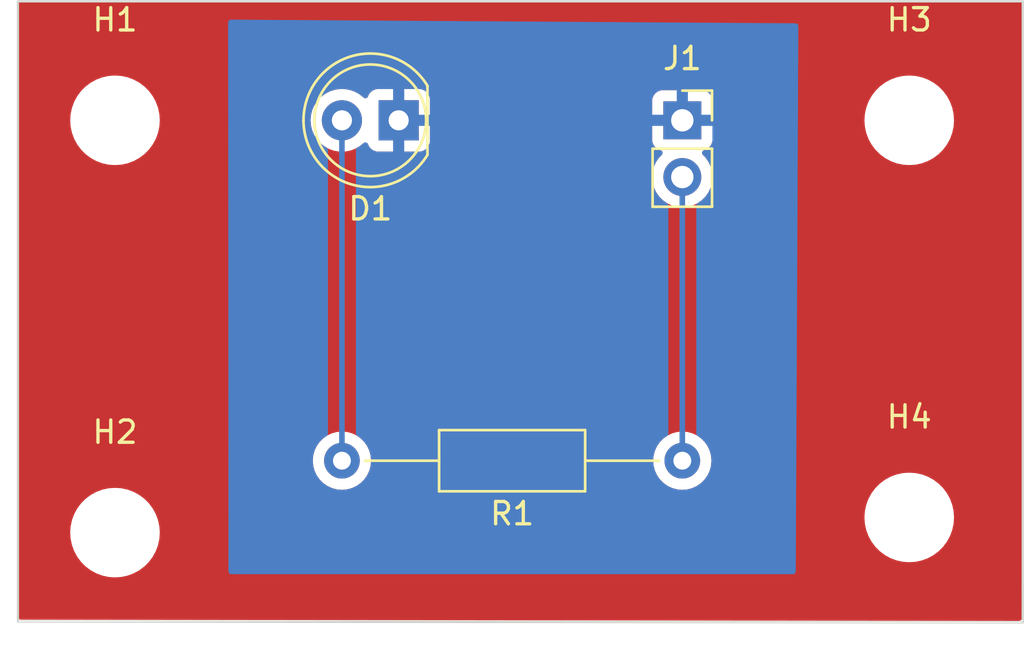
<source format=kicad_pcb>
(kicad_pcb (version 20221018) (generator pcbnew)
  (layers (0 "F.Cu" signal) (31 "B.Cu" signal) (34 "B.Paste" user) (35 "F.Paste" user) (36 "B.SilkS" user "B.Silkscreen") (37 "F.SilkS" user "F.Silkscreen") (38 "B.Mask" user) (39 "F.Mask" user) (44 "Edge.Cuts" user))
  (net 0 "")
  (net 1 "GND")
  (net 2 "Net-(D1-A)")
  (net 3 "VCC")
  (footprint "LED_THT:LED_D5.0mm" (layer "F.Cu") (at 154.94 60.96 180)
    (fp_text reference "D1" (at 1.27 -3.96) (layer "F.SilkS"))
    (fp_text value "LED")
    (fp_line (start -1.29 -1.545) (end -1.29 1.545) (stroke (width 0.12)) (layer "F.SilkS"))
    (fp_arc (start -1.29 -1.54483) (mid 2.072002 -2.880433) (end 4.26 0.000462) (stroke (width 0.12)) (layer "F.SilkS"))
    (fp_arc (start 4.26 -0.000462) (mid 2.072002 2.880433) (end -1.29 1.54483) (stroke (width 0.12)) (layer "F.SilkS"))
    (fp_circle (center 1.27 0) (end 3.77 0) (stroke (width 0.12)) (fill none) (layer "F.SilkS"))
    (pad "1" thru_hole rect (at 0 0 180) (size 1.8 1.8) (drill 0.9) (layers "*.Cu" "*.Mask") (net 1 "GND"))
    (pad "2" thru_hole circle (at 2.54 0 180) (size 1.8 1.8) (drill 0.9) (layers "*.Cu" "*.Mask") (net 2 "Net-(D1-A)"))
  )
  (footprint "MountingHole:MountingHole_3.5mm" (layer "F.Cu") (at 142.24 60.96)
    (fp_text reference "H1" (at 0 -4.5) (layer "F.SilkS"))
    (fp_text value "MountingHole")
    (pad "" np_thru_hole circle (at 0 0) (size 3.5 3.5) (drill 3.5) (layers "*.Cu" "*.Mask"))
  )
  (footprint "MountingHole:MountingHole_3.5mm" (layer "F.Cu") (at 177.8 78.74)
    (fp_text reference "H4" (at 0 -4.5) (layer "F.SilkS"))
    (fp_text value "MountingHole")
    (pad "" np_thru_hole circle (at 0 0) (size 3.5 3.5) (drill 3.5) (layers "*.Cu" "*.Mask"))
  )
  (footprint "Resistor_THT:R_Axial_DIN0207_L6.3mm_D2.5mm_P15.24mm_Horizontal" (layer "F.Cu") (at 167.64 76.2 180)
    (fp_text reference "R1" (at 7.62 -2.37) (layer "F.SilkS"))
    (fp_text value "10k")
    (fp_line (start 1.04 0) (end 4.35 0) (stroke (width 0.12)) (layer "F.SilkS"))
    (fp_line (start 4.35 -1.37) (end 4.35 1.37) (stroke (width 0.12)) (layer "F.SilkS"))
    (fp_line (start 4.35 1.37) (end 10.89 1.37) (stroke (width 0.12)) (layer "F.SilkS"))
    (fp_line (start 10.89 -1.37) (end 4.35 -1.37) (stroke (width 0.12)) (layer "F.SilkS"))
    (fp_line (start 10.89 1.37) (end 10.89 -1.37) (stroke (width 0.12)) (layer "F.SilkS"))
    (fp_line (start 14.2 0) (end 10.89 0) (stroke (width 0.12)) (layer "F.SilkS"))
    (pad "1" thru_hole circle (at 0 0 180) (size 1.6 1.6) (drill 0.8) (layers "*.Cu" "*.Mask") (net 3 "VCC"))
    (pad "2" thru_hole oval (at 15.24 0 180) (size 1.6 1.6) (drill 0.8) (layers "*.Cu" "*.Mask") (net 2 "Net-(D1-A)"))
  )
  (footprint "MountingHole:MountingHole_3.5mm" (layer "F.Cu") (at 177.8 60.96)
    (fp_text reference "H3" (at 0 -4.5) (layer "F.SilkS"))
    (fp_text value "MountingHole")
    (pad "" np_thru_hole circle (at 0 0) (size 3.5 3.5) (drill 3.5) (layers "*.Cu" "*.Mask"))
  )
  (footprint "Connector_PinSocket_2.54mm:PinSocket_1x02_P2.54mm_Vertical" (layer "F.Cu") (at 167.64 60.96)
    (fp_text reference "J1" (at 0 -2.77) (layer "F.SilkS"))
    (fp_text value "Conn_01x02_Socket")
    (fp_line (start -1.33 1.27) (end -1.33 3.87) (stroke (width 0.12)) (layer "F.SilkS"))
    (fp_line (start -1.33 1.27) (end 1.33 1.27) (stroke (width 0.12)) (layer "F.SilkS"))
    (fp_line (start -1.33 3.87) (end 1.33 3.87) (stroke (width 0.12)) (layer "F.SilkS"))
    (fp_line (start 0 -1.33) (end 1.33 -1.33) (stroke (width 0.12)) (layer "F.SilkS"))
    (fp_line (start 1.33 -1.33) (end 1.33 0) (stroke (width 0.12)) (layer "F.SilkS"))
    (fp_line (start 1.33 1.27) (end 1.33 3.87) (stroke (width 0.12)) (layer "F.SilkS"))
    (pad "1" thru_hole rect (at 0 0) (size 1.7 1.7) (drill 1) (layers "*.Cu" "*.Mask") (net 1 "GND"))
    (pad "2" thru_hole oval (at 0 2.54) (size 1.7 1.7) (drill 1) (layers "*.Cu" "*.Mask") (net 3 "VCC"))
  )
  (footprint "MountingHole:MountingHole_3.5mm" (layer "F.Cu") (at 142.24 79.42)
    (fp_text reference "H2" (at 0 -4.5) (layer "F.SilkS"))
    (fp_text value "MountingHole")
    (pad "" np_thru_hole circle (at 0 0) (size 3.5 3.5) (drill 3.5) (layers "*.Cu" "*.Mask"))
  )
  (gr_line (start 182.88 83.444092) (end 137.893544 83.401361) (stroke (width 0.1)) (layer "Edge.Cuts"))
  (gr_line (start 182.88 55.637086) (end 182.88 81.984281) (stroke (width 0.1)) (layer "Edge.Cuts"))
  (gr_line (start 182.88 81.984281) (end 182.88 83.444092) (stroke (width 0.1)) (layer "Edge.Cuts"))
  (gr_line (start 137.893544 55.637086) (end 182.88 55.637086) (stroke (width 0.1)) (layer "Edge.Cuts"))
  (gr_line (start 137.893544 83.401361) (end 137.893544 55.637086) (stroke (width 0.1)) (layer "Edge.Cuts"))
  (segment (start 154.94 60.96) (end 167.64 60.96) (width 0.25) (layer "B.Cu") (net 1))
  (segment (start 152.4 60.96) (end 152.4 76.2) (width 0.25) (layer "B.Cu") (net 2))
  (segment (start 167.64 63.5) (end 167.64 76.2) (width 0.25) (layer "B.Cu") (net 3))
  (zone (net 0) (net_name "") (layer "F.Cu") (connect_pads (clearance 0.5)) (min_thickness 0.25) (fill yes (thermal_gap 0.5) (thermal_bridge_width 0.5) (island_removal_mode 1) (island_area_min 10))
    (polygon (pts (xy 137.875369 55.628501) (xy 182.899562 55.573121) (xy 182.844182 83.374037) (xy 137.875369 83.318657)))
  )
  (zone (net 1) (net_name "GND") (layer "B.Cu") (priority 1) (connect_pads (clearance 0.5)) (min_thickness 0.25) (fill yes (thermal_gap 0.5) (thermal_bridge_width 0.5))
    (polygon (pts (xy 147.305011 56.451712) (xy 172.835335 56.617853) (xy 172.72 81.28) (xy 147.32 81.28)))
  )
)
</source>
